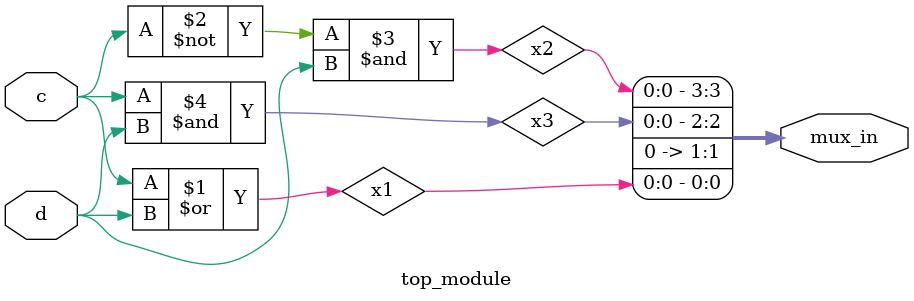
<source format=sv>
module top_module (
    input c,
    input d,
    output [3:0] mux_in
);

wire x1, x2, x3;

assign x1 = c | d;
assign x2 = ~c & d;
assign x3 = c & d;

assign mux_in[0] = x1;
assign mux_in[1] = 0;
assign mux_in[2] = x3;
assign mux_in[3] = x2;

endmodule

</source>
